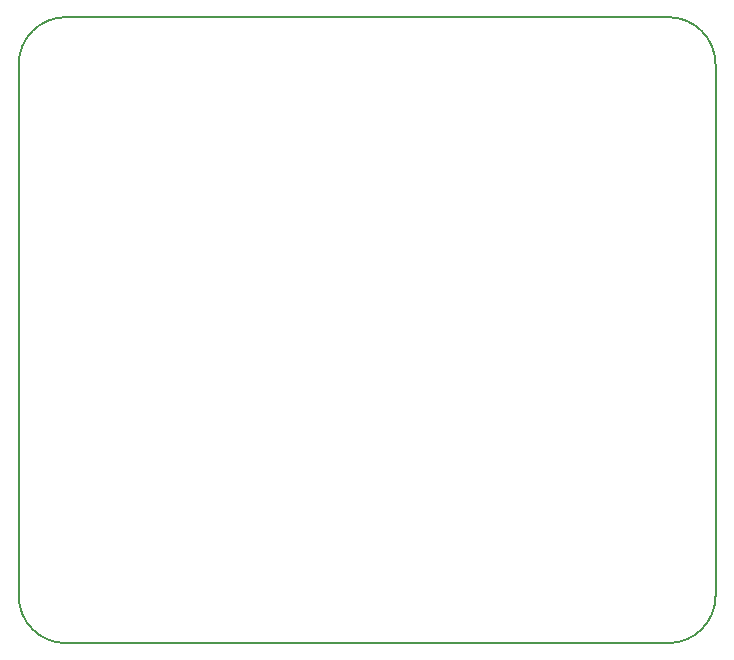
<source format=gbr>
G04 #@! TF.GenerationSoftware,KiCad,Pcbnew,(5.0.2)-1*
G04 #@! TF.CreationDate,2019-02-20T00:52:58+02:00*
G04 #@! TF.ProjectId,TSAL_SMD,5453414c-5f53-44d4-942e-6b696361645f,rev?*
G04 #@! TF.SameCoordinates,Original*
G04 #@! TF.FileFunction,Profile,NP*
%FSLAX46Y46*%
G04 Gerber Fmt 4.6, Leading zero omitted, Abs format (unit mm)*
G04 Created by KiCad (PCBNEW (5.0.2)-1) date 2/20/2019 12:52:58 AM*
%MOMM*%
%LPD*%
G01*
G04 APERTURE LIST*
%ADD10C,0.200000*%
%ADD11C,0.150000*%
G04 APERTURE END LIST*
D10*
X96000000Y-34000000D02*
X45000000Y-34000000D01*
D11*
X41000000Y-83000000D02*
X41000000Y-38000000D01*
X100000000Y-38000000D02*
X100000000Y-83000000D01*
X100000000Y-83000000D02*
G75*
G02X96000000Y-87000000I-4000000J0D01*
G01*
X45000000Y-87000000D02*
G75*
G02X41000000Y-83000000I0J4000000D01*
G01*
D10*
X96000000Y-34000000D02*
G75*
G02X100000000Y-38000000I0J-4000000D01*
G01*
X41000000Y-38000000D02*
G75*
G02X45000000Y-34000000I4000000J0D01*
G01*
X96000000Y-87000000D02*
X45000000Y-87000000D01*
M02*

</source>
